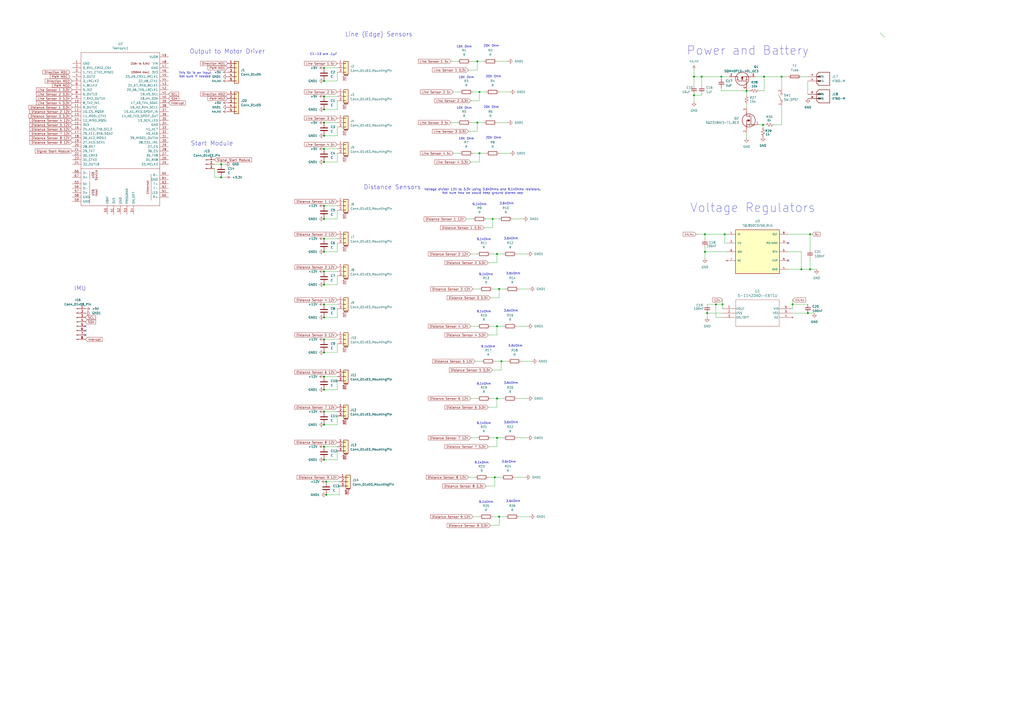
<source format=kicad_sch>
(kicad_sch (version 20231120) (generator "eeschema") (generator_version "8.0")
  (paper "A2")
  (junction (at 288.29 147.32))
  (junction (at 285.75 127))
  (junction (at 464.82 156.21))
  (junction (at 187.96 63.5))
  (junction (at 187.96 226.06))
  (junction (at 402.59 44.45))
  (junction (at 410.21 181.61))
  (junction (at 189.23 279.4))
  (junction (at 453.39 44.45))
  (junction (at 459.74 176.53))
  (junction (at 187.96 138.43))
  (junction (at 187.96 218.44))
  (junction (at 187.96 93.98))
  (junction (at 189.23 287.02))
  (junction (at 408.94 146.05))
  (junction (at 402.59 55.245))
  (junction (at 288.29 189.23))
  (junction (at 276.86 71.12))
  (junction (at 415.29 176.53))
  (junction (at 187.96 39.37))
  (junction (at 128.27 95.25))
  (junction (at 433.07 52.705))
  (junction (at 276.86 35.56))
  (junction (at 187.96 266.7))
  (junction (at 187.96 184.15))
  (junction (at 128.27 102.87))
  (junction (at 469.9 135.89))
  (junction (at 443.23 44.45))
  (junction (at 187.96 119.38))
  (junction (at 187.96 78.74))
  (junction (at 289.56 167.64))
  (junction (at 287.02 276.86))
  (junction (at 187.96 157.48))
  (junction (at 187.96 196.85))
  (junction (at 289.56 299.72))
  (junction (at 187.96 86.36))
  (junction (at 288.29 254))
  (junction (at 407.035 44.45))
  (junction (at 187.96 127))
  (junction (at 187.96 238.76))
  (junction (at 408.94 135.89))
  (junction (at 187.96 246.38))
  (junction (at 187.96 165.1))
  (junction (at 187.96 46.99))
  (junction (at 420.37 135.89))
  (junction (at 187.96 146.05))
  (junction (at 187.96 71.12))
  (junction (at 187.96 55.88))
  (junction (at 468.63 181.61))
  (junction (at 288.29 231.14))
  (junction (at 469.9 156.21))
  (junction (at 418.465 44.45))
  (junction (at 278.13 88.9))
  (junction (at 442.595 72.39))
  (junction (at 419.1 176.53))
  (junction (at 290.83 209.55))
  (junction (at 187.96 176.53))
  (junction (at 187.96 204.47))
  (junction (at 278.13 53.34))
  (junction (at 187.96 259.08))
  (no_connect (at 49.53 189.23))
  (no_connect (at 49.53 194.31))
  (no_connect (at 457.2 151.13))
  (no_connect (at 457.2 140.97))
  (no_connect (at 49.53 191.77))
  (bus_entry (at 510.54 19.05) (size 2.54 2.54))
  (wire (pts (xy 288.29 147.32) (xy 288.29 152.4)))
  (wire (pts (xy 289.56 53.34) (xy 295.91 53.34)))
  (wire (pts (xy 278.13 88.9) (xy 278.13 93.98)))
  (wire (pts (xy 195.58 121.92) (xy 195.58 127)))
  (wire (pts (xy 407.035 44.45) (xy 402.59 44.45)))
  (wire (pts (xy 261.62 71.12) (xy 265.43 71.12)))
  (wire (pts (xy 270.51 127) (xy 274.32 127)))
  (wire (pts (xy 273.05 35.56) (xy 276.86 35.56)))
  (wire (pts (xy 473.71 156.21) (xy 469.9 156.21)))
  (wire (pts (xy 418.465 44.45) (xy 418.465 45.72)))
  (wire (pts (xy 187.96 55.88) (xy 195.58 55.88)))
  (wire (pts (xy 469.9 149.86) (xy 469.9 156.21)))
  (wire (pts (xy 420.37 135.89) (xy 421.64 135.89)))
  (wire (pts (xy 299.72 231.14) (xy 306.07 231.14)))
  (wire (pts (xy 420.37 140.97) (xy 421.64 140.97)))
  (wire (pts (xy 275.59 209.55) (xy 279.4 209.55)))
  (wire (pts (xy 187.96 196.85) (xy 195.58 196.85)))
  (wire (pts (xy 289.56 167.64) (xy 289.56 172.72)))
  (wire (pts (xy 402.59 55.245) (xy 402.59 59.055)))
  (wire (pts (xy 278.13 53.34) (xy 278.13 58.42)))
  (wire (pts (xy 273.05 189.23) (xy 276.86 189.23)))
  (wire (pts (xy 276.86 35.56) (xy 280.67 35.56)))
  (wire (pts (xy 299.72 147.32) (xy 306.07 147.32)))
  (wire (pts (xy 469.9 156.21) (xy 464.82 156.21)))
  (wire (pts (xy 290.83 214.63) (xy 285.75 214.63)))
  (wire (pts (xy 284.48 147.32) (xy 288.29 147.32)))
  (wire (pts (xy 285.75 299.72) (xy 289.56 299.72)))
  (wire (pts (xy 284.48 189.23) (xy 288.29 189.23)))
  (wire (pts (xy 408.94 149.86) (xy 408.94 146.05)))
  (wire (pts (xy 128.27 95.25) (xy 124.46 95.25)))
  (wire (pts (xy 415.29 184.15) (xy 415.29 176.53)))
  (wire (pts (xy 262.89 53.34) (xy 266.7 53.34)))
  (wire (pts (xy 261.62 35.56) (xy 265.43 35.56)))
  (wire (pts (xy 471.17 135.89) (xy 469.9 135.89)))
  (wire (pts (xy 464.82 44.45) (xy 468.63 44.45)))
  (wire (pts (xy 195.58 179.07) (xy 195.58 184.15)))
  (wire (pts (xy 195.58 93.98) (xy 187.96 93.98)))
  (wire (pts (xy 187.96 119.38) (xy 195.58 119.38)))
  (wire (pts (xy 288.29 236.22) (xy 283.21 236.22)))
  (wire (pts (xy 278.13 58.42) (xy 273.05 58.42)))
  (wire (pts (xy 189.23 279.4) (xy 196.85 279.4)))
  (wire (pts (xy 281.94 127) (xy 285.75 127)))
  (wire (pts (xy 419.1 176.53) (xy 419.1 179.07)))
  (wire (pts (xy 128.27 102.87) (xy 130.81 102.87)))
  (wire (pts (xy 290.83 209.55) (xy 294.64 209.55)))
  (wire (pts (xy 274.32 167.64) (xy 278.13 167.64)))
  (wire (pts (xy 300.99 167.64) (xy 307.34 167.64)))
  (wire (pts (xy 283.21 276.86) (xy 287.02 276.86)))
  (wire (pts (xy 278.13 53.34) (xy 281.94 53.34)))
  (wire (pts (xy 418.465 44.45) (xy 407.035 44.45)))
  (wire (pts (xy 187.96 71.12) (xy 195.58 71.12)))
  (wire (pts (xy 288.29 194.31) (xy 283.21 194.31)))
  (wire (pts (xy 408.94 146.05) (xy 421.64 146.05)))
  (wire (pts (xy 274.32 53.34) (xy 278.13 53.34)))
  (wire (pts (xy 402.59 44.45) (xy 402.59 40.64)))
  (wire (pts (xy 195.58 140.97) (xy 195.58 146.05)))
  (wire (pts (xy 402.59 54.61) (xy 402.59 55.245)))
  (wire (pts (xy 195.58 73.66) (xy 195.58 78.74)))
  (wire (pts (xy 288.29 189.23) (xy 292.1 189.23)))
  (wire (pts (xy 289.56 167.64) (xy 293.37 167.64)))
  (wire (pts (xy 438.15 44.45) (xy 443.23 44.45)))
  (wire (pts (xy 285.75 127) (xy 285.75 132.08)))
  (wire (pts (xy 288.29 254) (xy 288.29 259.08)))
  (wire (pts (xy 187.96 39.37) (xy 195.58 39.37)))
  (wire (pts (xy 408.94 135.89) (xy 408.94 138.43)))
  (wire (pts (xy 418.465 52.705) (xy 433.07 52.705)))
  (wire (pts (xy 196.85 281.94) (xy 196.85 287.02)))
  (wire (pts (xy 453.39 72.39) (xy 453.39 61.595)))
  (wire (pts (xy 448.945 72.39) (xy 453.39 72.39)))
  (wire (pts (xy 408.94 146.05) (xy 408.94 143.51)))
  (wire (pts (xy 299.72 254) (xy 306.07 254)))
  (wire (pts (xy 289.56 304.8) (xy 284.48 304.8)))
  (wire (pts (xy 459.74 176.53) (xy 468.63 176.53)))
  (wire (pts (xy 195.58 246.38) (xy 187.96 246.38)))
  (wire (pts (xy 187.96 176.53) (xy 195.58 176.53)))
  (wire (pts (xy 453.39 51.435) (xy 453.39 44.45)))
  (wire (pts (xy 288.29 254) (xy 292.1 254)))
  (wire (pts (xy 273.05 254) (xy 276.86 254)))
  (wire (pts (xy 124.46 97.79) (xy 124.46 102.87)))
  (wire (pts (xy 469.9 135.89) (xy 469.9 144.78)))
  (wire (pts (xy 196.85 287.02) (xy 189.23 287.02)))
  (wire (pts (xy 287.02 276.86) (xy 287.02 281.94)))
  (wire (pts (xy 299.72 189.23) (xy 306.07 189.23)))
  (wire (pts (xy 459.74 173.99) (xy 459.74 176.53)))
  (wire (pts (xy 274.32 88.9) (xy 278.13 88.9)))
  (wire (pts (xy 287.02 276.86) (xy 290.83 276.86)))
  (wire (pts (xy 457.2 146.05) (xy 464.82 146.05)))
  (wire (pts (xy 464.82 156.21) (xy 457.2 156.21)))
  (wire (pts (xy 407.035 55.245) (xy 402.59 55.245)))
  (wire (pts (xy 420.37 135.89) (xy 420.37 140.97)))
  (wire (pts (xy 195.58 63.5) (xy 187.96 63.5)))
  (wire (pts (xy 459.74 181.61) (xy 468.63 181.61)))
  (wire (pts (xy 195.58 204.47) (xy 187.96 204.47)))
  (wire (pts (xy 195.58 266.7) (xy 187.96 266.7)))
  (wire (pts (xy 443.23 44.45) (xy 453.39 44.45)))
  (wire (pts (xy 195.58 220.98) (xy 195.58 226.06)))
  (wire (pts (xy 453.39 44.45) (xy 457.2 44.45)))
  (wire (pts (xy 262.89 88.9) (xy 266.7 88.9)))
  (wire (pts (xy 284.48 231.14) (xy 288.29 231.14)))
  (wire (pts (xy 289.56 299.72) (xy 289.56 304.8)))
  (wire (pts (xy 124.46 102.87) (xy 128.27 102.87)))
  (wire (pts (xy 288.29 147.32) (xy 292.1 147.32)))
  (wire (pts (xy 288.29 189.23) (xy 288.29 194.31)))
  (wire (pts (xy 419.1 184.15) (xy 415.29 184.15)))
  (wire (pts (xy 195.58 46.99) (xy 187.96 46.99)))
  (wire (pts (xy 187.96 86.36) (xy 195.58 86.36)))
  (wire (pts (xy 433.07 52.705) (xy 433.07 55.245)))
  (wire (pts (xy 274.32 299.72) (xy 278.13 299.72)))
  (wire (pts (xy 440.055 52.705) (xy 443.23 52.705)))
  (wire (pts (xy 289.56 88.9) (xy 295.91 88.9)))
  (wire (pts (xy 415.29 176.53) (xy 410.21 176.53)))
  (wire (pts (xy 278.13 93.98) (xy 273.05 93.98)))
  (wire (pts (xy 195.58 41.91) (xy 195.58 46.99)))
  (wire (pts (xy 288.29 259.08) (xy 283.21 259.08)))
  (wire (pts (xy 288.29 152.4) (xy 283.21 152.4)))
  (wire (pts (xy 469.9 135.89) (xy 457.2 135.89)))
  (wire (pts (xy 302.26 209.55) (xy 308.61 209.55)))
  (wire (pts (xy 459.74 176.53) (xy 459.74 179.07)))
  (wire (pts (xy 273.05 231.14) (xy 276.86 231.14)))
  (wire (pts (xy 278.13 88.9) (xy 281.94 88.9)))
  (wire (pts (xy 187.96 157.48) (xy 195.58 157.48)))
  (wire (pts (xy 408.94 135.89) (xy 420.37 135.89)))
  (wire (pts (xy 287.02 281.94) (xy 281.94 281.94)))
  (wire (pts (xy 407.035 44.45) (xy 407.035 49.53)))
  (wire (pts (xy 407.035 54.61) (xy 407.035 55.245)))
  (wire (pts (xy 187.96 138.43) (xy 195.58 138.43)))
  (wire (pts (xy 285.75 167.64) (xy 289.56 167.64)))
  (wire (pts (xy 443.23 52.705) (xy 443.23 44.45)))
  (wire (pts (xy 288.29 71.12) (xy 294.64 71.12)))
  (wire (pts (xy 410.21 184.15) (xy 410.21 181.61)))
  (wire (pts (xy 187.96 238.76) (xy 195.58 238.76)))
  (wire (pts (xy 297.18 127) (xy 303.53 127)))
  (wire (pts (xy 285.75 132.08) (xy 280.67 132.08)))
  (wire (pts (xy 195.58 199.39) (xy 195.58 204.47)))
  (wire (pts (xy 402.59 49.53) (xy 402.59 44.45)))
  (wire (pts (xy 418.465 50.8) (xy 418.465 52.705)))
  (wire (pts (xy 289.56 299.72) (xy 293.37 299.72)))
  (wire (pts (xy 187.96 218.44) (xy 195.58 218.44)))
  (wire (pts (xy 195.58 146.05) (xy 187.96 146.05)))
  (wire (pts (xy 288.29 231.14) (xy 292.1 231.14)))
  (wire (pts (xy 195.58 184.15) (xy 187.96 184.15)))
  (wire (pts (xy 195.58 88.9) (xy 195.58 93.98)))
  (wire (pts (xy 442.595 72.39) (xy 442.595 74.295)))
  (wire (pts (xy 271.78 276.86) (xy 275.59 276.86)))
  (wire (pts (xy 300.99 299.72) (xy 307.34 299.72)))
  (wire (pts (xy 422.91 44.45) (xy 418.465 44.45)))
  (wire (pts (xy 433.07 60.325) (xy 433.07 62.23)))
  (wire (pts (xy 195.58 78.74) (xy 187.96 78.74)))
  (wire (pts (xy 195.58 165.1) (xy 187.96 165.1)))
  (wire (pts (xy 419.1 176.53) (xy 415.29 176.53)))
  (wire (pts (xy 289.56 172.72) (xy 284.48 172.72)))
  (wire (pts (xy 276.86 35.56) (xy 276.86 40.64)))
  (wire (pts (xy 464.82 146.05) (xy 464.82 156.21)))
  (wire (pts (xy 195.58 160.02) (xy 195.58 165.1)))
  (wire (pts (xy 288.29 35.56) (xy 294.64 35.56)))
  (wire (pts (xy 298.45 276.86) (xy 304.8 276.86)))
  (wire (pts (xy 410.21 181.61) (xy 419.1 181.61)))
  (wire (pts (xy 195.58 226.06) (xy 187.96 226.06)))
  (wire (pts (xy 195.58 261.62) (xy 195.58 266.7)))
  (wire (pts (xy 276.86 71.12) (xy 276.86 76.2)))
  (wire (pts (xy 419.1 173.99) (xy 419.1 176.53)))
  (wire (pts (xy 468.63 46.99) (xy 468.63 54.61)))
  (wire (pts (xy 468.63 181.61) (xy 472.44 181.61)))
  (wire (pts (xy 433.07 52.705) (xy 434.975 52.705)))
  (wire (pts (xy 187.96 259.08) (xy 195.58 259.08)))
  (wire (pts (xy 433.07 52.07) (xy 433.07 52.705)))
  (wire (pts (xy 128.27 95.25) (xy 130.81 95.25)))
  (wire (pts (xy 195.58 127) (xy 187.96 127)))
  (wire (pts (xy 195.58 241.3) (xy 195.58 246.38)))
  (wire (pts (xy 195.58 58.42) (xy 195.58 63.5)))
  (wire (pts (xy 276.86 71.12) (xy 280.67 71.12)))
  (wire (pts (xy 276.86 40.64) (xy 271.78 40.64)))
  (wire (pts (xy 440.69 72.39) (xy 442.595 72.39)))
  (wire (pts (xy 287.02 209.55) (xy 290.83 209.55)))
  (wire (pts (xy 442.595 72.39) (xy 443.865 72.39)))
  (wire (pts (xy 276.86 76.2) (xy 271.78 76.2)))
  (wire (pts (xy 273.05 147.32) (xy 276.86 147.32)))
  (wire (pts (xy 273.05 71.12) (xy 276.86 71.12)))
  (wire (pts (xy 284.48 254) (xy 288.29 254)))
  (wire (pts (xy 285.75 127) (xy 289.56 127)))
  (wire (pts (xy 290.83 209.55) (xy 290.83 214.63)))
  (wire (pts (xy 433.07 77.47) (xy 433.07 80.01)))
  (wire (pts (xy 288.29 231.14) (xy 288.29 236.22)))
  (wire (pts (xy 403.86 135.89) (xy 408.94 135.89)))
  (text "Output to Motor Driver" (at 131.826 29.972 0) (effects (font (size 2.54 2.54))))
  (text "This 5V is an input\nNot sure if needed" (at 113.03 43.434 0) (effects (font (size 1.27 1.27))))
  (text "3.6kOhm" (at 296.418 138.43 0) (effects (font (size 1.27 1.27))))
  (text "9.1kOhm" (at 280.67 245.618 0) (effects (font (size 1.27 1.27))))
  (text "20K Ohm" (at 284.988 26.67 0) (effects (font (size 1.27 1.27))))
  (text "Power and Battery\n" (at 433.832 29.464 0) (effects (font (size 5.08 5.08))))
  (text "9.1kOhm" (at 283.21 201.168 0) (effects (font (size 1.27 1.27))))
  (text "3.6kOhm" (at 293.878 118.11 0) (effects (font (size 1.27 1.27))))
  (text "9.1kOhm" (at 280.67 180.848 0) (effects (font (size 1.27 1.27))))
  (text "9.1kOhm" (at 281.94 291.338 0) (effects (font (size 1.27 1.27))))
  (text "3.6kOhm" (at 297.688 290.83 0) (effects (font (size 1.27 1.27))))
  (text "3.6kOhm" (at 297.688 158.75 0) (effects (font (size 1.27 1.27))))
  (text "9.1kOhm" (at 278.13 118.618 0) (effects (font (size 1.27 1.27))))
  (text "Start Module" (at 122.936 83.312 0) (effects (font (size 2.54 2.54))))
  (text "3.6kOhm" (at 296.418 180.34 0) (effects (font (size 1.27 1.27))))
  (text "Voltage Regulators" (at 436.626 120.65 0) (effects (font (size 5.08 5.08))))
  (text "9.1kOhm" (at 280.67 222.758 0) (effects (font (size 1.27 1.27))))
  (text "IMU" (at 46.482 167.386 0) (effects (font (size 2.54 2.54))))
  (text "9.1kOhm" (at 280.67 138.938 0) (effects (font (size 1.27 1.27))))
  (text "10K Ohm" (at 269.24 27.178 0) (effects (font (size 1.27 1.27))))
  (text "10K Ohm" (at 270.51 80.518 0) (effects (font (size 1.27 1.27))))
  (text "Distance Sensors" (at 227.584 108.712 0) (effects (font (size 2.54 2.54))))
  (text "C1-13 are .1µF" (at 187.706 31.496 0) (effects (font (size 1.27 1.27))))
  (text "10K Ohm" (at 269.24 62.738 0) (effects (font (size 1.27 1.27))))
  (text "3.6kOhm" (at 295.148 267.97 0) (effects (font (size 1.27 1.27))))
  (text "20K Ohm" (at 286.258 44.45 0) (effects (font (size 1.27 1.27))))
  (text "20K Ohm" (at 286.258 80.01 0) (effects (font (size 1.27 1.27))))
  (text "Voltage divider 12V to 3.3V using 3.6kOhms and 9.1kOhms resistors.\nNot sure how we would keep ground planes sep" (at 279.908 110.998 0) (effects (font (size 1.27 1.27))))
  (text "20K Ohm" (at 284.988 62.23 0) (effects (font (size 1.27 1.27))))
  (text "3.6kOhm" (at 298.958 200.66 0) (effects (font (size 1.27 1.27))))
  (text "10K Ohm" (at 270.51 44.958 0) (effects (font (size 1.27 1.27))))
  (text "9.1kOhm" (at 279.4 268.478 0) (effects (font (size 1.27 1.27))))
  (text "Line (Edge) Sensors" (at 219.71 20.066 0) (effects (font (size 2.54 2.54))))
  (text "9.1kOhm" (at 281.94 159.258 0) (effects (font (size 1.27 1.27))))
  (text "3.6kOhm" (at 296.418 245.11 0) (effects (font (size 1.27 1.27))))
  (text "3.6kOhm" (at 296.418 222.25 0) (effects (font (size 1.27 1.27))))
  (global_label "Distance Sensor 9 3.3V" (shape input) (at 284.48 304.8 180) (property "Intersheetrefs" "${INTERSHEET_REFS}" (effects (hide yes))))
  (global_label "Line Sensor 2 3.3V" (shape input) (at 41.91 54.61 180) (property "Intersheetrefs" "${INTERSHEET_REFS}" (effects (hide yes))))
  (global_label "44.4v" (shape input) (at 403.86 135.89 180) (property "Intersheetrefs" "${INTERSHEET_REFS}" (effects (hide yes))))
  (global_label "Distance Sensor 4 3.3V" (shape input) (at 283.21 194.31 180) (property "Intersheetrefs" "${INTERSHEET_REFS}" (effects (hide yes))))
  (global_label "Distance Sensor 7 12V" (shape input) (at 41.91 77.47 180) (property "Intersheetrefs" "${INTERSHEET_REFS}" (effects (hide yes))))
  (global_label "Direction MD2" (shape input) (at 41.91 46.99 180) (property "Intersheetrefs" "${INTERSHEET_REFS}" (effects (hide yes))))
  (global_label "Distance Sensor 3 3.3V" (shape input) (at 284.48 172.72 180) (property "Intersheetrefs" "${INTERSHEET_REFS}" (effects (hide yes))))
  (global_label "Distance Sensor 4 12V" (shape input) (at 273.05 189.23 180) (property "Intersheetrefs" "${INTERSHEET_REFS}" (effects (hide yes))))
  (global_label "Line Sensor 4 5v" (shape input) (at 195.58 83.82 180) (property "Intersheetrefs" "${INTERSHEET_REFS}" (effects (hide yes))))
  (global_label "Direction MD2" (shape input) (at 132.08 54.61 180) (property "Intersheetrefs" "${INTERSHEET_REFS}" (effects (hide yes))))
  (global_label "Distance Sensor 2 3.3V" (shape input) (at 283.21 152.4 180) (property "Intersheetrefs" "${INTERSHEET_REFS}" (effects (hide yes))))
  (global_label "Distance Sensor 2 12V" (shape input) (at 273.05 147.32 180) (property "Intersheetrefs" "${INTERSHEET_REFS}" (effects (hide yes))))
  (global_label "Line Sensor 3 3.3V" (shape input) (at 271.78 76.2 180) (property "Intersheetrefs" "${INTERSHEET_REFS}" (effects (hide yes))))
  (global_label "SDA" (shape input) (at 97.79 57.15 0) (property "Intersheetrefs" "${INTERSHEET_REFS}" (effects (hide yes))))
  (global_label "SCL" (shape input) (at 49.53 184.15 0) (property "Intersheetrefs" "${INTERSHEET_REFS}" (effects (hide yes))))
  (global_label "PWM MD2" (shape input) (at 41.91 49.53 180) (property "Intersheetrefs" "${INTERSHEET_REFS}" (effects (hide yes))))
  (global_label "Distance Sensor 1 3.3V" (shape input) (at 280.67 132.08 180) (property "Intersheetrefs" "${INTERSHEET_REFS}" (effects (hide yes))))
  (global_label "Line Sensor 1 3.3V" (shape input) (at 41.91 52.07 180) (property "Intersheetrefs" "${INTERSHEET_REFS}" (effects (hide yes))))
  (global_label "Line Sensor 3 3.3V" (shape input) (at 41.91 57.15 180) (property "Intersheetrefs" "${INTERSHEET_REFS}" (effects (hide yes))))
  (global_label "PWM MD2" (shape input) (at 132.08 57.15 180) (property "Intersheetrefs" "${INTERSHEET_REFS}" (effects (hide yes))))
  (global_label "Interupt" (shape input) (at 97.79 59.69 0) (property "Intersheetrefs" "${INTERSHEET_REFS}" (effects (hide yes))))
  (global_label "Distance Sensor 5 12V" (shape input) (at 41.91 72.39 180) (property "Intersheetrefs" "${INTERSHEET_REFS}" (effects (hide yes))))
  (global_label "Line Sensor 1 5v" (shape input) (at 195.58 36.83 180) (property "Intersheetrefs" "${INTERSHEET_REFS}" (effects (hide yes))))
  (global_label "Distance Sensor 9 12V" (shape input) (at 196.85 276.86 180) (property "Intersheetrefs" "${INTERSHEET_REFS}" (effects (hide yes))))
  (global_label "Distance Sensor 9 12V" (shape input) (at 41.91 82.55 180) (property "Intersheetrefs" "${INTERSHEET_REFS}" (effects (hide yes))))
  (global_label "Distance Sensor 8 3.3V" (shape input) (at 281.94 281.94 180) (property "Intersheetrefs" "${INTERSHEET_REFS}" (effects (hide yes))))
  (global_label "Line Sensor 4 3.3V" (shape input) (at 41.91 59.69 180) (property "Intersheetrefs" "${INTERSHEET_REFS}" (effects (hide yes))))
  (global_label "Distance Sensor 6 12V" (shape input) (at 273.05 231.14 180) (property "Intersheetrefs" "${INTERSHEET_REFS}" (effects (hide yes))))
  (global_label "Distance Sensor 7 12V" (shape input) (at 195.58 236.22 180) (property "Intersheetrefs" "${INTERSHEET_REFS}" (effects (hide yes))))
  (global_label "Line Sensor 4 5v" (shape input) (at 262.89 88.9 180) (property "Intersheetrefs" "${INTERSHEET_REFS}" (effects (hide yes))))
  (global_label "Distance Sensor 6 12V" (shape input) (at 41.91 74.93 180) (property "Intersheetrefs" "${INTERSHEET_REFS}" (effects (hide yes))))
  (global_label "Distance Sensor 2 12V" (shape input) (at 41.91 64.77 180) (property "Intersheetrefs" "${INTERSHEET_REFS}" (effects (hide yes))))
  (global_label "PWM MD1" (shape input) (at 132.08 39.37 180) (property "Intersheetrefs" "${INTERSHEET_REFS}" (effects (hide yes))))
  (global_label "Distance Sensor 1 12V" (shape input) (at 270.51 127 180) (property "Intersheetrefs" "${INTERSHEET_REFS}" (effects (hide yes))))
  (global_label "Line Sensor 2 5v" (shape input) (at 195.58 53.34 180) (property "Intersheetrefs" "${INTERSHEET_REFS}" (effects (hide yes))))
  (global_label "Distance Sensor 8 12V" (shape input) (at 271.78 276.86 180) (property "Intersheetrefs" "${INTERSHEET_REFS}" (effects (hide yes))))
  (global_label "Distance Sensor 3 12V" (shape input) (at 274.32 167.64 180) (property "Intersheetrefs" "${INTERSHEET_REFS}" (effects (hide yes))))
  (global_label "Line Sensor 4 3.3V" (shape input) (at 273.05 93.98 180) (property "Intersheetrefs" "${INTERSHEET_REFS}" (effects (hide yes))))
  (global_label "Distance Sensor 8 12V" (shape input) (at 41.91 80.01 180) (property "Intersheetrefs" "${INTERSHEET_REFS}" (effects (hide yes))))
  (global_label "44.4v" (shape input) (at 459.74 173.99 0) (property "Intersheetrefs" "${INTERSHEET_REFS}" (effects (hide yes))))
  (global_label "Line Sensor 1 5v" (shape input) (at 261.62 35.56 180) (property "Intersheetrefs" "${INTERSHEET_REFS}" (effects (hide yes))))
  (global_label "Line Sensor 1 3.3V" (shape input) (at 271.78 40.64 180) (property "Intersheetrefs" "${INTERSHEET_REFS}" (effects (hide yes))))
  (global_label "Distance Sensor 9 12V" (shape input) (at 274.32 299.72 180) (property "Intersheetrefs" "${INTERSHEET_REFS}" (effects (hide yes))))
  (global_label "Interupt" (shape input) (at 49.53 196.85 0) (property "Intersheetrefs" "${INTERSHEET_REFS}" (effects (hide yes))))
  (global_label "Distance Sensor 3 12V" (shape input) (at 195.58 154.94 180) (property "Intersheetrefs" "${INTERSHEET_REFS}" (effects (hide yes))))
  (global_label "Distance Sensor 7 12V" (shape input) (at 273.05 254 180) (property "Intersheetrefs" "${INTERSHEET_REFS}" (effects (hide yes))))
  (global_label "Distance Sensor 5 12V" (shape input) (at 275.59 209.55 180) (property "Intersheetrefs" "${INTERSHEET_REFS}" (effects (hide yes))))
  (global_label "SDA" (shape input) (at 49.53 186.69 0) (property "Intersheetrefs" "${INTERSHEET_REFS}" (effects (hide yes))))
  (global_label "Signal Start Module" (shape input) (at 41.91 87.63 180) (property "Intersheetrefs" "${INTERSHEET_REFS}" (effects (hide yes))))
  (global_label "Line Sensor 3 5v" (shape input) (at 195.58 68.58 180) (property "Intersheetrefs" "${INTERSHEET_REFS}" (effects (hide yes))))
  (global_label "SCL" (shape input) (at 97.79 54.61 0) (property "Intersheetrefs" "${INTERSHEET_REFS}" (effects (hide yes))))
  (global_label "Distance Sensor 5 12V" (shape input) (at 195.58 194.31 180) (property "Intersheetrefs" "${INTERSHEET_REFS}" (effects (hide yes))))
  (global_label "12v" (shape input) (at 419.1 173.99 180) (property "Intersheetrefs" "${INTERSHEET_REFS}" (effects (hide yes))))
  (global_label "Line Sensor 2 3.3V" (shape input) (at 273.05 58.42 180) (property "Intersheetrefs" "${INTERSHEET_REFS}" (effects (hide yes))))
  (global_label "Distance Sensor 1 12V" (shape input) (at 195.58 116.84 180) (property "Intersheetrefs" "${INTERSHEET_REFS}" (effects (hide yes))))
  (global_label "Distance Sensor 7 3.3V" (shape input) (at 283.21 259.08 180) (property "Intersheetrefs" "${INTERSHEET_REFS}" (effects (hide yes))))
  (global_label "Distance Sensor 5 3.3V" (shape input) (at 285.75 214.63 180) (property "Intersheetrefs" "${INTERSHEET_REFS}" (effects (hide yes))))
  (global_label "5v" (shape input) (at 471.17 135.89 0) (property "Intersheetrefs" "${INTERSHEET_REFS}" (effects (hide yes))))
  (global_label "Distance Sensor 4 12V" (shape input) (at 195.58 173.99 180) (property "Intersheetrefs" "${INTERSHEET_REFS}" (effects (hide yes))))
  (global_label "Distance Sensor 6 3.3V" (shape input) (at 283.21 236.22 180) (property "Intersheetrefs" "${INTERSHEET_REFS}" (effects (hide yes))))
  (global_label "Direction MD1" (shape input) (at 40.64 41.91 180) (property "Intersheetrefs" "${INTERSHEET_REFS}" (effects (hide yes))))
  (global_label "Distance Sensor 1 3.3V" (shape input) (at 41.91 62.23 180) (property "Intersheetrefs" "${INTERSHEET_REFS}" (effects (hide yes))))
  (global_label "Distance Sensor 4 12V" (shape input) (at 41.91 69.85 180) (property "Intersheetrefs" "${INTERSHEET_REFS}" (effects (hide yes))))
  (global_label "Direction MD1" (shape input) (at 132.08 36.83 180) (property "Intersheetrefs" "${INTERSHEET_REFS}" (effects (hide yes))))
  (global_label "Distance Sensor 3 3.3V" (shape input) (at 41.91 67.31 180) (property "Intersheetrefs" "${INTERSHEET_REFS}" (effects (hide yes))))
  (global_label "Distance Sensor 6 12V" (shape input) (at 195.58 215.9 180) (property "Intersheetrefs" "${INTERSHEET_REFS}" (effects (hide yes))))
  (global_label "Distance Sensor 8 12V" (shape input) (at 195.58 256.54 180) (property "Intersheetrefs" "${INTERSHEET_REFS}" (effects (hide yes))))
  (global_label "Distance Sensor 2 12V" (shape input) (at 195.58 135.89 180) (property "Intersheetrefs" "${INTERSHEET_REFS}" (effects (hide yes))))
  (global_label "Signal Start Module" (shape input) (at 124.46 92.71 0) (property "Intersheetrefs" "${INTERSHEET_REFS}" (effects (hide yes))))
  (global_label "Line Sensor 2 5v" (shape input) (at 262.89 53.34 180) (property "Intersheetrefs" "${INTERSHEET_REFS}" (effects (hide yes))))
  (global_label "Line Sensor 3 5v" (shape input) (at 261.62 71.12 180) (property "Intersheetrefs" "${INTERSHEET_REFS}" (effects (hide yes))))
  (global_label "PWM MD1" (shape input) (at 40.64 44.45 180) (property "Intersheetrefs" "${INTERSHEET_REFS}" (effects (hide yes))))
  (symbol (lib_id "Device:C") (at 128.27 99.06 180) (unit 1)
    (property "Reference" "C14" (at 132.08 97.7899 0) (effects (justify right)))
    (property "Value" "C" (at 132.08 100.3299 0) (effects (justify right)))
    (property "Description" "Unpolarized capacitor" (effects (hide yes)))
  )
  (symbol (lib_id "Connector_Generic_MountingPin:Conn_01x03_MountingPin") (at 201.93 279.4 0) (unit 1)
    (property "Reference" "J14" (at 204.47 278.4855 0) (effects (justify left)))
    (property "Value" "Conn_01x03_MountingPin" (at 204.47 281.0255 0) (effects (justify left)))
    (property "Description" "Generic connectable mounting pin connector, single row, 01x03, script generated (kicad-library-utils/schlib/autogen/connector/)" (effects (hide yes)))
  )
  (symbol (lib_id "power:+12V") (at 187.96 238.76 90) (unit 1)
    (property "Reference" "#PWR027" (effects (hide yes)))
    (property "Value" "+12V" (at 184.15 238.7599 90) (effects (justify left)))
    (property "Description" "Power symbol creates a global label with name \"+12V\"" (effects (hide yes)))
  )
  (symbol (lib_id "power:GND1") (at 295.91 88.9 90) (unit 1)
    (property "Reference" "#PWR014" (effects (hide yes)))
    (property "Value" "GND1" (at 299.72 88.8999 90) (effects (justify right)))
    (property "Description" "Power symbol creates a global label with name \"GND1\" , ground" (effects (hide yes)))
  )
  (symbol (lib_id "power:GND") (at 472.44 181.61 0) (unit 1)
    (property "Reference" "#PWR057" (effects (hide yes)))
    (property "Value" "GND" (at 472.44 186.69 0))
    (property "Description" "Power symbol creates a global label with name \"GND\" , ground" (effects (hide yes)))
  )
  (symbol (lib_id "Connector_Generic_MountingPin:Conn_01x03_MountingPin") (at 200.66 71.12 0) (unit 1)
    (property "Reference" "J4" (at 203.2 70.2055 0) (effects (justify left)))
    (property "Value" "Conn_01x03_MountingPin" (at 203.2 72.7455 0) (effects (justify left)))
    (property "Description" "Generic connectable mounting pin connector, single row, 01x03, script generated (kicad-library-utils/schlib/autogen/connector/)" (effects (hide yes)))
  )
  (symbol (lib_id "Device:C_Small") (at 408.94 140.97 0) (unit 1)
    (property "Reference" "C18" (at 411.226 140.716 0) (effects (justify left)))
    (property "Value" "100nF" (at 409.702 142.748 0) (effects (justify left)))
    (property "Description" "Unpolarized capacitor, small symbol" (effects (hide yes)))
  )
  (symbol (lib_id "voltage reg 12v:S-1142DA0I-E6T1U") (at 419.1 179.07 0) (unit 1)
    (property "Reference" "U1" (at 439.42 168.91 0) (effects (font (size 1.524 1.524))))
    (property "Value" "S-1142DA0I-E6T1U" (at 439.42 171.45 0) (effects (font (size 1.524 1.524))))
    (property "Footprint" "HSOP6-A-PKG_FH006-A-P-SD-2.1_ABL" (effects (hide yes)))
    (property "Datasheet" "S-1142DA0I-E6T1U" (effects (hide yes)))
  )
  (symbol (lib_id "power:GND1") (at 304.8 276.86 90) (unit 1)
    (property "Reference" "#PWR040" (effects (hide yes)))
    (property "Value" "GND1" (at 308.61 276.8599 90) (effects (justify right)))
    (property "Description" "Power symbol creates a global label with name \"GND1\" , ground" (effects (hide yes)))
  )
  (symbol (lib_id "Device:R") (at 294.64 276.86 90) (unit 1)
    (property "Reference" "R24" (at 294.64 270.51 90))
    (property "Value" "R" (at 294.64 273.05 90))
    (property "Description" "Resistor" (effects (hide yes)))
  )
  (symbol (lib_id "Device:R") (at 298.45 209.55 90) (unit 1)
    (property "Reference" "R18" (at 298.45 203.2 90))
    (property "Value" "R" (at 298.45 205.74 90))
    (property "Description" "Resistor" (effects (hide yes)))
  )
  (symbol (lib_id "Device:R") (at 295.91 231.14 90) (unit 1)
    (property "Reference" "R20" (at 295.91 224.79 90))
    (property "Value" "R" (at 295.91 227.33 90))
    (property "Description" "Resistor" (effects (hide yes)))
  )
  (symbol (lib_id "Device:R") (at 295.91 254 90) (unit 1)
    (property "Reference" "R22" (at 295.91 247.65 90))
    (property "Value" "R" (at 295.91 250.19 90))
    (property "Description" "Resistor" (effects (hide yes)))
  )
  (symbol (lib_id "Device:C_Small") (at 418.465 48.26 0) (unit 1)
    (property "Reference" "C17" (at 421.005 46.9963 0) (effects (justify left)))
    (property "Value" "1uF" (at 421.005 49.5363 0) (effects (justify left)))
    (property "Footprint" "Capacitor_SMD:C_0805_2012Metric_Pad1.18x1.45mm_HandSolder" (effects (hide yes)))
  )
  (symbol (lib_id "power:GND1") (at 187.96 46.99 270) (unit 1)
    (property "Reference" "#PWR04" (effects (hide yes)))
    (property "Value" "GND1" (at 184.15 46.9899 90) (effects (justify right)))
    (property "Description" "Power symbol creates a global label with name \"GND1\" , ground" (effects (hide yes)))
  )
  (symbol (lib_id "Device:C") (at 187.96 161.29 0) (unit 1)
    (property "Reference" "C7" (at 191.77 160.0199 0) (effects (justify left)))
    (property "Value" "C" (at 191.77 162.5599 0) (effects (justify left)))
    (property "Description" "Unpolarized capacitor" (effects (hide yes)))
  )
  (symbol (lib_id "Connector_Generic_MountingPin:Conn_01x03_MountingPin") (at 200.66 39.37 0) (unit 1)
    (property "Reference" "J2" (at 203.2 38.4555 0) (effects (justify left)))
    (property "Value" "Conn_01x03_MountingPin" (at 203.2 40.9955 0) (effects (justify left)))
    (property "Description" "Generic connectable mounting pin connector, single row, 01x03, script generated (kicad-library-utils/schlib/autogen/connector/)" (effects (hide yes)))
  )
  (symbol (lib_id "Device:C") (at 187.96 222.25 0) (unit 1)
    (property "Reference" "C10" (at 191.77 220.9799 0) (effects (justify left)))
    (property "Value" "C" (at 191.77 223.5199 0) (effects (justify left)))
    (property "Description" "Unpolarized capacitor" (effects (hide yes)))
  )
  (symbol (lib_id "Device:R") (at 269.24 35.56 90) (unit 1)
    (property "Reference" "R1" (at 269.24 29.21 90))
    (property "Value" "R" (at 269.24 31.75 90))
    (property "Description" "Resistor" (effects (hide yes)))
  )
  (symbol (lib_id "power:GND1") (at 306.07 231.14 90) (unit 1)
    (property "Reference" "#PWR038" (effects (hide yes)))
    (property "Value" "GND1" (at 309.88 231.1399 90) (effects (justify right)))
    (property "Description" "Power symbol creates a global label with name \"GND1\" , ground" (effects (hide yes)))
  )
  (symbol (lib_id "Connector_Generic_MountingPin:Conn_01x03_MountingPin") (at 200.66 176.53 0) (unit 1)
    (property "Reference" "J9" (at 203.2 175.6155 0) (effects (justify left)))
    (property "Value" "Conn_01x03_MountingPin" (at 203.2 178.1555 0) (effects (justify left)))
    (property "Description" "Generic connectable mounting pin connector, single row, 01x03, script generated (kicad-library-utils/schlib/autogen/connector/)" (effects (hide yes)))
  )
  (symbol (lib_id "Device:R") (at 278.13 127 90) (unit 1)
    (property "Reference" "R9" (at 278.13 120.65 90))
    (property "Value" "R" (at 278.13 123.19 90))
    (property "Description" "Resistor" (effects (hide yes)))
  )
  (symbol (lib_id "Device:C_Small") (at 469.9 147.32 0) (unit 1)
    (property "Reference" "C21" (at 472.44 146.0562 0) (effects (justify left)))
    (property "Value" "100nF" (at 472.44 148.5962 0) (effects (justify left)))
    (property "Description" "Unpolarized capacitor, small symbol" (effects (hide yes)))
  )
  (symbol (lib_id "Device:C") (at 187.96 200.66 0) (unit 1)
    (property "Reference" "C9" (at 191.77 199.3899 0) (effects (justify left)))
    (property "Value" "C" (at 191.77 201.9299 0) (effects (justify left)))
    (property "Description" "Unpolarized capacitor" (effects (hide yes)))
  )
  (symbol (lib_id "Device:R") (at 285.75 88.9 90) (unit 1)
    (property "Reference" "R8" (at 285.75 82.55 90))
    (property "Value" "R" (at 285.75 85.09 90))
    (property "Description" "Resistor" (effects (hide yes)))
  )
  (symbol (lib_id "power:+12V") (at 187.96 119.38 90) (unit 1)
    (property "Reference" "#PWR015" (effects (hide yes)))
    (property "Value" "+12V" (at 184.15 119.3799 90) (effects (justify left)))
    (property "Description" "Power symbol creates a global label with name \"+12V\"" (effects (hide yes)))
  )
  (symbol (lib_id "Connector_Generic_MountingPin:Conn_01x03_MountingPin") (at 200.66 218.44 0) (unit 1)
    (property "Reference" "J11" (at 203.2 217.5255 0) (effects (justify left)))
    (property "Value" "Conn_01x03_MountingPin" (at 203.2 220.0655 0) (effects (justify left)))
    (property "Description" "Generic connectable mounting pin connector, single row, 01x03, script generated (kicad-library-utils/schlib/autogen/connector/)" (effects (hide yes)))
  )
  (symbol (lib_id "Connector:Conn_01x08_Pin") (at 44.45 186.69 0) (unit 1)
    (property "Reference" "J16" (at 45.085 173.99 0))
    (property "Value" "Conn_01x08_Pin" (at 45.085 176.53 0))
    (property "Description" "Generic connector, single row, 01x08, script generated" (effects (hide yes)))
  )
  (symbol (lib_id "Device:R") (at 295.91 147.32 90) (unit 1)
    (property "Reference" "R12" (at 295.91 140.97 90))
    (property "Value" "R" (at 295.91 143.51 90))
    (property "Description" "Resistor" (effects (hide yes)))
  )
  (symbol (lib_id "Device:C") (at 187.96 123.19 0) (unit 1)
    (property "Reference" "C5" (at 191.77 121.9199 0) (effects (justify left)))
    (property "Value" "C" (at 191.77 124.4599 0) (effects (justify left)))
    (property "Description" "Unpolarized capacitor" (effects (hide yes)))
  )
  (symbol (lib_name "+12V_1") (lib_id "power:+12V") (at 132.08 64.77 90) (unit 1)
    (property "Reference" "#PWR053" (effects (hide yes)))
    (property "Value" "44.4V" (at 128.27 64.7699 90) (effects (justify left)))
  )
  (symbol (lib_id "power:+5V") (at 187.96 86.36 90) (unit 1)
    (property "Reference" "#PWR09" (effects (hide yes)))
    (property "Value" "+5V" (at 184.15 86.3599 90) (effects (justify left)))
    (property "Description" "Power symbol creates a global label with name \"+5V\"" (effects (hide yes)))
  )
  (symbol (lib_id "power:GND1") (at 187.96 184.15 270) (unit 1)
    (property "Reference" "#PWR022" (effects (hide yes)))
    (property "Value" "GND1" (at 184.15 184.1499 90) (effects (justify right)))
    (property "Description" "Power symbol creates a global label with name \"GND1\" , ground" (effects (hide yes)))
  )
  (symbol (lib_id "power:+5V") (at 187.96 71.12 90) (unit 1)
    (property "Reference" "#PWR07" (effects (hide yes)))
    (property "Value" "+5V" (at 184.15 71.1199 90) (effects (justify left)))
    (property "Description" "Power symbol creates a global label with name \"+5V\"" (effects (hide yes)))
  )
  (symbol (lib_id "Device:C_Small") (at 407.035 52.07 0) (unit 1)
    (property "Reference" "C16" (at 409.575 50.8063 0) (effects (justify left)))
    (property "Value" "1uF" (at 409.575 53.3463 0) (effects (justify left)))
    (property "Footprint" "Capacitor_SMD:C_0805_2012Metric_Pad1.18x1.45mm_HandSolder" (effects (hide yes)))
  )
  (symbol (lib_id "power:GND1") (at 187.96 127 270) (unit 1)
    (property "Reference" "#PWR016" (effects (hide yes)))
    (property "Value" "GND1" (at 184.15 126.9999 90) (effects (justify right)))
    (property "Description" "Power symbol creates a global label with name \"GND1\" , ground" (effects (hide yes)))
  )
  (symbol (lib_id "power:GND1") (at 187.96 146.05 270) (unit 1)
    (property "Reference" "#PWR018" (effects (hide yes)))
    (property "Value" "GND1" (at 184.15 146.0499 90) (effects (justify right)))
    (property "Description" "Power symbol creates a global label with name \"GND1\" , ground" (effects (hide yes)))
  )
  (symbol (lib_id "power:GND1") (at 308.61 209.55 90) (unit 1)
    (property "Reference" "#PWR037" (effects (hide yes)))
    (property "Value" "GND1" (at 312.42 209.5499 90) (effects (justify right)))
    (property "Description" "Power symbol creates a global label with name \"GND1\" , ground" (effects (hide yes)))
  )
  (symbol (lib_id "Device:C") (at 187.96 142.24 0) (unit 1)
    (property "Reference" "C6" (at 191.77 140.9699 0) (effects (justify left)))
    (property "Value" "C" (at 191.77 143.5099 0) (effects (justify left)))
    (property "Description" "Unpolarized capacitor" (effects (hide yes)))
  )
  (symbol (lib_id "Device:C") (at 187.96 180.34 0) (unit 1)
    (property "Reference" "C8" (at 191.77 179.0699 0) (effects (justify left)))
    (property "Value" "C" (at 191.77 181.6099 0) (effects (justify left)))
    (property "Description" "Unpolarized capacitor" (effects (hide yes)))
  )
  (symbol (lib_id "power:GND1") (at 306.07 147.32 90) (unit 1)
    (property "Reference" "#PWR034" (effects (hide yes)))
    (property "Value" "GND1" (at 309.88 147.3199 90) (effects (justify right)))
    (property "Description" "Power symbol creates a global label with name \"GND1\" , ground" (effects (hide yes)))
  )
  (symbol (lib_id "Device:R_Small_US") (at 437.515 52.705 90) (unit 1)
    (property "Reference" "R28" (at 437.642 47.752 90))
    (property "Value" "10k" (at 437.642 50.038 90))
    (property "Footprint" "Resistor_SMD:R_0805_2012Metric_Pad1.20x1.40mm_HandSolder" (effects (hide yes)))
  )
  (symbol (lib_id "power:GND1") (at 187.96 226.06 270) (unit 1)
    (property "Reference" "#PWR026" (effects (hide yes)))
    (property "Value" "GND1" (at 184.15 226.0599 90) (effects (justify right)))
    (property "Description" "Power symbol creates a global label with name \"GND1\" , ground" (effects (hide yes)))
  )
  (symbol (lib_id "Device:R") (at 297.18 299.72 90) (unit 1)
    (property "Reference" "R26" (at 297.18 293.37 90))
    (property "Value" "R" (at 297.18 295.91 90))
    (property "Description" "Resistor" (effects (hide yes)))
  )
  (symbol (lib_id "Device:R") (at 269.24 71.12 90) (unit 1)
    (property "Reference" "R5" (at 269.24 64.77 90))
    (property "Value" "R" (at 269.24 67.31 90))
    (property "Description" "Resistor" (effects (hide yes)))
  )
  (symbol (lib_id "power:+12V") (at 187.96 196.85 90) (unit 1)
    (property "Reference" "#PWR023" (effects (hide yes)))
    (property "Value" "+12V" (at 184.15 196.8499 90) (effects (justify left)))
    (property "Description" "Power symbol creates a global label with name \"+12V\"" (effects (hide yes)))
  )
  (symbol (lib_id "power:GND1") (at 49.53 181.61 90) (unit 1)
    (property "Reference" "#PWR050" (effects (hide yes)))
    (property "Value" "GND1" (at 53.34 181.6099 90) (effects (justify right)))
    (property "Description" "Power symbol creates a global label with name \"GND1\" , ground" (effects (hide yes)))
  )
  (symbol (lib_id "power:+12V") (at 187.96 259.08 90) (unit 1)
    (property "Reference" "#PWR029" (effects (hide yes)))
    (property "Value" "+12V" (at 184.15 259.0799 90) (effects (justify left)))
    (property "Description" "Power symbol creates a global label with name \"+12V\"" (effects (hide yes)))
  )
  (symbol (lib_id "Device:R") (at 279.4 276.86 90) (unit 1)
    (property "Reference" "R23" (at 279.4 270.51 90))
    (property "Value" "R" (at 279.4 273.05 90))
    (property "Description" "Resistor" (effects (hide yes)))
  )
  (symbol (lib_id "power:GND1") (at 295.91 53.34 90) (unit 1)
    (property "Reference" "#PWR012" (effects (hide yes)))
    (property "Value" "GND1" (at 299.72 53.3399 90) (effects (justify right)))
    (property "Description" "Power symbol creates a global label with name \"GND1\" , ground" (effects (hide yes)))
  )
  (symbol (lib_id "power:GND1") (at 189.23 287.02 270) (unit 1)
    (property "Reference" "#PWR032" (effects (hide yes)))
    (property "Value" "GND1" (at 185.42 287.0199 90) (effects (justify right)))
    (property "Description" "Power symbol creates a global label with name \"GND1\" , ground" (effects (hide yes)))
  )
  (symbol (lib_id "Device:C") (at 187.96 242.57 0) (unit 1)
    (property "Reference" "C11" (at 191.77 241.2999 0) (effects (justify left)))
    (property "Value" "C" (at 191.77 243.8399 0) (effects (justify left)))
    (property "Description" "Unpolarized capacitor" (effects (hide yes)))
  )
  (symbol (lib_id "Device:R") (at 284.48 35.56 90) (unit 1)
    (property "Reference" "R2" (at 284.48 29.21 90))
    (property "Value" "R" (at 284.48 31.75 90))
    (property "Description" "Resistor" (effects (hide yes)))
  )
  (symbol (lib_id "Connector_Generic:Conn_01x05") (at 137.16 41.91 0) (unit 1)
    (property "Reference" "J1" (at 139.7 40.6399 0) (effects (justify left)))
    (property "Value" "Conn_01x05" (at 139.7 43.1799 0) (effects (justify left)))
    (property "Description" "Generic connector, single row, 01x05, script generated (kicad-library-utils/schlib/autogen/connector/)" (effects (hide yes)))
  )
  (symbol (lib_id "Device:C") (at 187.96 74.93 0) (unit 1)
    (property "Reference" "C3" (at 191.77 73.6599 0) (effects (justify left)))
    (property "Value" "C" (at 191.77 76.1999 0) (effects (justify left)))
    (property "Description" "Unpolarized capacitor" (effects (hide yes)))
  )
  (symbol (lib_id "Connector_Generic_MountingPin:Conn_01x03_MountingPin") (at 200.66 157.48 0) (unit 1)
    (property "Reference" "J8" (at 203.2 156.5655 0) (effects (justify left)))
    (property "Value" "Conn_01x03_MountingPin" (at 203.2 159.1055 0) (effects (justify left)))
    (property "Description" "Generic connectable mounting pin connector, single row, 01x03, script generated (kicad-library-utils/schlib/autogen/connector/)" (effects (hide yes)))
  )
  (symbol (lib_id "power:GND1") (at 294.64 35.56 90) (unit 1)
    (property "Reference" "#PWR011" (effects (hide yes)))
    (property "Value" "GND1" (at 298.45 35.5599 90) (effects (justify right)))
    (property "Description" "Power symbol creates a global label with name \"GND1\" , ground" (effects (hide yes)))
  )
  (symbol (lib_id "power:GND") (at 473.71 156.21 0) (unit 1)
    (property "Reference" "#PWR058" (effects (hide yes)))
    (property "Value" "GND" (at 473.71 161.29 0))
    (property "Description" "Power symbol creates a global label with name \"GND\" , ground" (effects (hide yes)))
  )
  (symbol (lib_id "Connector_Generic_MountingPin:Conn_01x03_MountingPin") (at 200.66 55.88 0) (unit 1)
    (property "Reference" "J3" (at 203.2 54.9655 0) (effects (justify left)))
    (property "Value" "Conn_01x03_MountingPin" (at 203.2 57.5055 0) (effects (justify left)))
    (property "Description" "Generic connectable mounting pin connector, single row, 01x03, script generated (kicad-library-utils/schlib/autogen/connector/)" (effects (hide yes)))
  )
  (symbol (lib_id "Device:R") (at 280.67 147.32 90) (unit 1)
    (property "Reference" "R11" (at 280.67 140.97 90))
    (property "Value" "R" (at 280.67 143.51 90))
    (property "Description" "Resistor" (effects (hide yes)))
  )
  (symbol (lib_id "Connector:Conn_01x03_Pin") (at 119.38 95.25 0) (unit 1)
    (property "Reference" "J15" (at 120.015 87.63 0))
    (property "Value" "Conn_01x03_Pin" (at 120.015 90.17 0))
    (property "Footprint" "Connector:FanPinHeader_1x03_P2.54mm_Vertical" (effects (hide yes)))
  )
  (symbol (lib_name "GND_1") (lib_id "power:GND") (at 433.07 80.01 0) (unit 1)
    (property "Reference" "#PWR046" (effects (hide yes)))
    (property "Value" "GND" (at 433.07 85.09 0))
  )
  (symbol (lib_name "GND_1") (lib_id "power:GND") (at 468.63 57.15 0) (unit 1)
    (property "Reference" "#PWR048" (effects (hide yes)))
    (property "Value" "GND" (at 468.63 62.23 0))
  )
  (symbol (lib_id "power:GND1") (at 187.96 165.1 270) (unit 1)
    (property "Reference" "#PWR020" (effects (hide yes)))
    (property "Value" "GND1" (at 184.15 165.0999 90) (effects (justify right)))
    (property "Description" "Power symbol creates a global label with name \"GND1\" , ground" (effects (hide yes)))
  )
  (symbol (lib_id "power:+12V") (at 187.96 138.43 90) (unit 1)
    (property "Reference" "#PWR017" (effects (hide yes)))
    (property "Value" "+12V" (at 184.15 138.4299 90) (effects (justify left)))
    (property "Description" "Power symbol creates a global label with name \"+12V\"" (effects (hide yes)))
  )
  (symbol (lib_id "power:GND1") (at 306.07 254 90) (unit 1)
    (property "Reference" "#PWR039" (effects (hide yes)))
    (property "Value" "GND1" (at 309.88 253.9999 90) (effects (justify right)))
    (property "Description" "Power symbol creates a global label with name \"GND1\" , ground" (effects (hide yes)))
  )
  (symbol (lib_id "power:+12V") (at 187.96 218.44 90) (unit 1)
    (property "Reference" "#PWR025" (effects (hide yes)))
    (property "Value" "+12V" (at 184.15 218.4399 90) (effects (justify left)))
    (property "Description" "Power symbol creates a global label with name \"+12V\"" (effects (hide yes)))
  )
  (symbol (lib_id "power:+12V") (at 189.23 279.4 90) (unit 1)
    (property "Reference" "#PWR031" (effects (hide yes)))
    (property "Value" "+12V" (at 185.42 279.3999 90) (effects (justify left)))
    (property "Description" "Power symbol creates a global label with name \"+12V\"" (effects (hide yes)))
  )
  (symbol (lib_id "power:GND1") (at 187.96 246.38 270) (unit 1)
    (property "Reference" "#PWR028" (effects (hide yes)))
    (property "Value" "GND1" (at 184.15 246.3799 90) (effects (justify right)))
    (property "Description" "Power symbol creates a global label with name \"GND1\" , ground" (effects (hide yes)))
  )
  (symbol (lib_id "Device:R") (at 284.48 71.12 90) (unit 1)
    (property "Reference" "R6" (at 284.48 64.77 90))
    (property "Value" "R" (at 284.48 67.31 90))
    (property "Description" "Resistor" (effects (hide yes)))
  )
  (symbol (lib_id "power:GND1") (at 306.07 189.23 90) (unit 1)
    (property "Reference" "#PWR036" (effects (hide yes)))
    (property "Value" "GND1" (at 309.88 189.2299 90) (effects (justify right)))
    (property "Description" "Power symbol creates a global label with name \"GND1\" , ground" (effects (hide yes)))
  )
  (symbol (lib_id "power:GND1") (at 307.34 299.72 90) (unit 1)
    (property "Reference" "#PWR041" (effects (hide yes)))
    (property "Value" "GND1" (at 311.15 299.7199 90) (effects (justify right)))
    (property "Description" "Power symbol creates a global label with name \"GND1\" , ground" (effects (hide yes)))
  )
  (symbol (lib_id "Device:R") (at 297.18 167.64 90) (unit 1)
    (property "Reference" "R14" (at 297.18 161.29 90))
    (property "Value" "R" (at 297.18 163.83 90))
    (property "Description" "Resistor" (effects (hide yes)))
  )
  (symbol (lib_id "power:GND1") (at 303.53 127 90) (unit 1)
    (property "Reference" "#PWR033" (effects (hide yes)))
    (property "Value" "GND1" (at 307.34 126.9999 90) (effects (justify right)))
    (property "Description" "Power symbol creates a global label with name \"GND1\" , ground" (effects (hide yes)))
  )
  (symbol (lib_id "Device:R") (at 285.75 53.34 90) (unit 1)
    (property "Reference" "R4" (at 285.75 46.99 90))
    (property "Value" "R" (at 285.75 49.53 90))
    (property "Description" "Resistor" (effects (hide yes)))
  )
  (symbol (lib_name "GND_1") (lib_id "power:GND") (at 442.595 79.375 0) (unit 1)
    (property "Reference" "#PWR047" (effects (hide yes)))
    (property "Value" "GND" (at 442.595 84.455 0))
  )
  (symbol (lib_id "Connector_Generic_MountingPin:Conn_01x03_MountingPin") (at 200.66 138.43 0) (unit 1)
    (property "Reference" "J7" (at 203.2 137.5155 0) (effects (justify left)))
    (property "Value" "Conn_01x03_MountingPin" (at 203.2 140.0555 0) (effects (justify left)))
    (property "Description" "Generic connectable mounting pin connector, single row, 01x03, script generated (kicad-library-utils/schlib/autogen/connector/)" (effects (hide yes)))
  )
  (symbol (lib_id "Device:R") (at 280.67 254 90) (unit 1)
    (property "Reference" "R21" (at 280.67 247.65 90))
    (property "Value" "R" (at 280.67 250.19 90))
    (property "Description" "Resistor" (effects (hide yes)))
  )
  (symbol (lib_id "power:GND1") (at 187.96 93.98 270) (unit 1)
    (property "Reference" "#PWR010" (effects (hide yes)))
    (property "Value" "GND1" (at 184.15 93.9799 90) (effects (justify right)))
    (property "Description" "Power symbol creates a global label with name \"GND1\" , ground" (effects (hide yes)))
  )
  (symbol (lib_id "Connector_Generic_MountingPin:Conn_01x03_MountingPin") (at 200.66 238.76 0) (unit 1)
    (property "Reference" "J12" (at 203.2 237.8455 0) (effects (justify left)))
    (property "Value" "Conn_01x03_MountingPin" (at 203.2 240.3855 0) (effects (justify left)))
    (property "Description" "Generic connectable mounting pin connector, single row, 01x03, script generated (kicad-library-utils/schlib/autogen/connector/)" (effects (hide yes)))
  )
  (symbol (lib_id "Device:C") (at 189.23 283.21 0) (unit 1)
    (property "Reference" "C13" (at 193.04 281.9399 0) (effects (justify left)))
    (property "Value" "C" (at 193.04 284.4799 0) (effects (justify left)))
    (property "Description" "Unpolarized capacitor" (effects (hide yes)))
  )
  (symbol (lib_id "power:+12V") (at 187.96 157.48 90) (unit 1)
    (property "Reference" "#PWR019" (effects (hide yes)))
    (property "Value" "+12V" (at 184.15 157.4799 90) (effects (justify left)))
    (property "Description" "Power symbol creates a global label with name \"+12V\"" (effects (hide yes)))
  )
  (symbol (lib_id "Connector_Generic_MountingPin:Conn_01x03_MountingPin") (at 200.66 119.38 0) (unit 1)
    (property "Reference" "J6" (at 203.2 118.4655 0) (effects (justify left)))
    (property "Value" "Conn_01x03_MountingPin" (at 203.2 121.0055 0) (effects (justify left)))
    (property "Description" "Generic connectable mounting pin connector, single row, 01x03, script generated (kicad-library-utils/schlib/autogen/connector/)" (effects (hide yes)))
  )
  (symbol (lib_id "Device:R") (at 281.94 167.64 90) (unit 1)
    (property "Reference" "R13" (at 281.94 161.29 90))
    (property "Value" "R" (at 281.94 163.83 90))
    (property "Description" "Resistor" (effects (hide yes)))
  )
  (symbol (lib_id "Connector_Generic:Conn_01x05") (at 137.16 59.69 0) (unit 1)
    (property "Reference" "J20" (at 139.7 58.4199 0) (effects (justify left)))
    (property "Value" "Conn_01x05" (at 139.7 60.9599 0) (effects (justify left)))
    (property "Description" "Generic connector, single row, 01x05, script generated (kicad-library-utils/schlib/autogen/connector/)" (effects (hide yes)))
  )
  (symbol (lib_id "Connector_Generic_MountingPin:Conn_01x03_MountingPin") (at 200.66 86.36 0) (unit 1)
    (property "Reference" "J5" (at 203.2 85.4455 0) (effects (justify left)))
    (property "Value" "Conn_01x03_MountingPin" (at 203.2 87.9855 0) (effects (justify left)))
    (property "Description" "Generic connectable mounting pin connector, single row, 01x03, script generated (kicad-library-utils/schlib/autogen/connector/)" (effects (hide yes)))
  )
  (symbol (lib_id "Device:C") (at 187.96 59.69 0) (unit 1)
    (property "Reference" "C1" (at 191.77 58.4199 0) (effects (justify left)))
    (property "Value" "C" (at 191.77 60.9599 0) (effects (justify left)))
    (property "Description" "Unpolarized capacitor" (effects (hide yes)))
  )
  (symbol (lib_id "Device:R") (at 295.91 189.23 90) (unit 1)
    (property "Reference" "R16" (at 295.91 182.88 90))
    (property "Value" "R" (at 295.91 185.42 90))
    (property "Description" "Resistor" (effects (hide yes)))
  )
  (symbol (lib_id "power:+5V") (at 132.08 59.69 90) (unit 1)
    (property "Reference" "#PWR051" (effects (hide yes)))
    (property "Value" "+5V" (at 128.27 59.6899 90) (effects (justify left)))
    (property "Description" "Power symbol creates a global label with name \"+5V\"" (effects (hide yes)))
  )
  (symbol (lib_id "Device:R") (at 270.51 53.34 90) (unit 1)
    (property "Reference" "R3" (at 270.51 46.99 90))
    (property "Value" "R" (at 270.51 49.53 90))
    (property "Description" "Resistor" (effects (hide yes)))
  )
  (symbol (lib_id "Device:R") (at 280.67 189.23 90) (unit 1)
    (property "Reference" "R15" (at 280.67 182.88 90))
    (property "Value" "R" (at 280.67 185.42 90))
    (property "Description" "Resistor" (effects (hide yes)))
  )
  (symbol (lib_id "teensy:Teensy4.1") (at 69.85 91.44 0) (unit 1)
    (property "Reference" "U2" (at 69.85 25.4 0))
    (property "Value" "Teensy4.1" (at 69.85 27.94 0))
    (property "Footprint" "Wasabi(Footprints):Teensy41 (footprint NEW)" (effects (hide yes)))
  )
  (symbol (lib_id "Device:C") (at 187.96 262.89 0) (unit 1)
    (property "Reference" "C12" (at 191.77 261.6199 0) (effects (justify left)))
    (property "Value" "C" (at 191.77 264.1599 0) (effects (justify left)))
    (property "Description" "Unpolarized capacitor" (effects (hide yes)))
  )
  (symbol (lib_id "Device:R_Small_US") (at 442.595 76.835 0) (unit 1)
    (property "Reference" "R29" (at 443.738 75.946 0) (effects (justify left)))
    (property "Value" "1k" (at 443.992 77.978 0) (effects (justify left)))
    (property "Footprint" "Resistor_SMD:R_0805_2012Metric_Pad1.20x1.40mm_HandSolder" (effects (hide yes)))
  )
  (symbol (lib_id "Device:R") (at 281.94 299.72 90) (unit 1)
    (property "Reference" "R25" (at 281.94 293.37 90))
    (property "Value" "R" (at 281.94 295.91 90))
    (property "Description" "Resistor" (effects (hide yes)))
  )
  (symbol (lib_id "power:GND") (at 130.81 95.25 90) (unit 1)
    (property "Reference" "#PWR042" (effects (hide yes)))
    (property "Value" "GND" (at 134.62 95.25 90) (effects (justify right)))
  )
  (symbol (lib_id "power:+5V") (at 187.96 55.88 90) (unit 1)
    (property "Reference" "#PWR05" (effects (hide yes)))
    (property "Value" "+5V" (at 184.15 55.8799 90) (effects (justify left)))
    (property "Description" "Power symbol creates a global label with name \"+5V\"" (effects (hide yes)))
  )
  (symbol (lib_id "power:+3.3V") (at 130.81 102.87 270) (unit 1)
    (property "Reference" "#PWR043" (effects (hide yes)))
    (property "Value" "+3.3V" (at 134.62 102.87 90) (effects (justify left)))
  )
  (symbol (lib_id "power:GND1") (at 187.96 204.47 270) (unit 1)
    (property "Reference" "#PWR024" (effects (hide yes)))
    (property "Value" "GND1" (at 184.15 204.4699 90) (effects (justify right)))
    (property "Description" "Power symbol creates a global label with name \"GND1\" , ground" (effects (hide yes)))
  )
  (symbol (lib_id "Device:R") (at 270.51 88.9 90) (unit 1)
    (property "Reference" "R7" (at 270.51 82.55 90))
    (property "Value" "R" (at 270.51 85.09 90))
    (property "Description" "Resistor" (effects (hide yes)))
  )
  (symbol (lib_id "Device:R") (at 283.21 209.55 90) (unit 1)
    (property "Reference" "R17" (at 283.21 203.2 90))
    (property "Value" "R" (at 283.21 205.74 90))
    (property "Description" "Resistor" (effects (hide yes)))
  )
  (symbol (lib_id "power:GND") (at 408.94 149.86 0) (unit 1)
    (property "Reference" "#PWR055" (effects (hide yes)))
    (property "Value" "GND" (at 408.94 154.94 0))
    (property "Description" "Power symbol creates a global label with name \"GND\" , ground" (effects (hide yes)))
  )
  (symbol (lib_id "Device:C_Small") (at 402.59 52.07 0) (unit 1)
    (property "Reference" "C15" (at 398.145 50.8 0) (effects (justify left)))
    (property "Value" "10uF" (at 395.605 53.34 0) (effects (justify left)))
    (property "Footprint" "Capacitor_SMD:C_0805_2012Metric_Pad1.18x1.45mm_HandSolder" (effects (hide yes)))
  )
  (symbol (lib_id "Device:Fuse") (at 461.01 44.45 90) (unit 1)
    (property "Reference" "F1" (at 461.01 38.1 90))
    (property "Value" "Fuse" (at 461.01 40.64 90))
    (property "Footprint" "WTF:0456050.DRSD" (effects (hide yes)))
    (property "Description" "Fuse" (effects (hide yes)))
  )
  (symbol (lib_id "TimmiCtrlBoard:SQ2318AES-T1_BE3") (at 440.69 72.39 0) (mirror y) (unit 1)
    (property "Reference" "Q2" (at 428.625 68.58 0) (effects (justify left)))
    (property "Value" "SQ2318AES-T1_BE3" (at 428.625 71.12 0) (effects (justify left)))
    (property "Footprint" "NMosfet:SOT95P237X112-3N" (effects (hide yes)))
    (property "Datasheet" "https://www.mouser.co.uk/datasheet/2/427/sq2318aes-1764491.pdf" (effects (hide yes)))
    (property "Height" "1.12" (effects (hide yes)))
    (property "Mouser Part Number" "78-SQ2318AES-T1_BE3" (effects (hide yes)))
    (property "Mouser Price/Stock" "https://www.mouser.co.uk/ProductDetail/Vishay-Siliconix/SQ2318AES-T1_BE3?qs=TiOZkKH1s2QuMGPo0iDprw%3D%3D" (effects (hide yes)))
    (property "Manufacturer_Name" "Vishay" (effects (hide yes)))
    (property "Manufacturer_Part_Number" "SQ2318AES-T1_BE3" (effects (hide yes)))
  )
  (symbol (lib_id "power:GND1") (at 294.64 71.12 90) (unit 1)
    (property "Reference" "#PWR013" (effects (hide yes)))
    (property "Value" "GND1" (at 298.45 71.1199 90) (effects (justify right)))
    (property "Description" "Power symbol creates a global label with name \"GND1\" , ground" (effects (hide yes)))
  )
  (symbol (lib_name "GND_1") (lib_id "power:GND") (at 402.59 59.055 0) (unit 1)
    (property "Reference" "#PWR045" (effects (hide yes)))
    (property "Value" "GND" (at 402.59 64.135 0))
  )
  (symbol (lib_id "power:GND1") (at 187.96 266.7 270) (unit 1)
    (property "Reference" "#PWR030" (effects (hide yes)))
    (property "Value" "GND1" (at 184.15 266.6999 90) (effects (justify right)))
    (property "Description" "Power symbol creates a global label with name \"GND1\" , ground" (effects (hide yes)))
  )
  (symbol (lib_id "power:+5V") (at 49.53 179.07 270) (unit 1)
    (property "Reference" "#PWR049" (effects (hide yes)))
    (property "Value" "+5V" (at 53.34 179.0699 90) (effects (justify left)))
    (property "Description" "Power symbol creates a global label with name \"+5V\"" (effects (hide yes)))
  )
  (symbol (lib_id "Device:C") (at 187.96 43.18 0) (unit 1)
    (property "Reference" "C2" (at 191.77 41.9099 0) (effects (justify left)))
    (property "Value" "C" (at 191.77 44.4499 0) (effects (justify left)))
    (property "Description" "Unpolarized capacitor" (effects (hide yes)))
  )
  (symbol (lib_id "XT60-M:XT60-M") (at 473.71 57.15 0) (unit 1)
    (property "Reference" "J18" (at 482.6 54.6099 0) (effects (justify left)))
    (property "Value" "XT60-M" (at 482.6 57.1499 0) (effects (justify left)))
    (property "Footprint" "XT60-M:AMASS_XT60-M" (effects (hide yes)))
    (property "MF" "AMASS" (effects (hide yes)))
    (property "MAXIMUM_PACKAGE_HEIGHT" "16.00 mm" (effects (hide yes)))
    (property "Package" "Package" (effects (hide yes)))
    (property "Price" "None" (effects (hide yes)))
    (property "Check_prices" "https://www.snapeda.com/parts/XT60-M/AMASS/view-part/?ref=eda" (effects (hide yes)))
    (property "STANDARD" "IPC 7351B" (effects (hide yes)))
    (property "PARTREV" "V1.2" (effects (hide yes)))
    (property "SnapEDA_Link" "https://www.snapeda.com/parts/XT60-M/AMASS/view-part/?ref=snap" (effects (hide yes)))
    (property "MP" "XT60-M" (effects (hide yes)))
    (property "Description_1" "\nPlug; DC supply; XT60; male; PIN: 2; for cable; soldered; 30A; 500V\n" (effects (hide yes)))
    (property "Availability" "Not in stock" (effects (hide yes)))
    (property "MANUFACTURER" "AMASS" (effects (hide yes)))
  )
  (symbol (lib_id "power:+5V") (at 132.08 41.91 90) (unit 1)
    (property "Reference" "#PWR01" (effects (hide yes)))
    (property "Value" "+5V" (at 128.27 41.9099 90) (effects (justify left)))
    (property "Description" "Power symbol creates a global label with name \"+5V\"" (effects (hide yes)))
  )
  (symbol (lib_id "Connector_Generic_MountingPin:Conn_01x03_MountingPin") (at 200.66 259.08 0) (unit 1)
    (property "Reference" "J13" (at 203.2 258.1655 0) (effects (justify left)))
    (property "Value" "Conn_01x03_MountingPin" (at 203.2 260.7055 0) (effects (justify left)))
    (property "Description" "Generic connectable mounting pin connector, single row, 01x03, script generated (kicad-library-utils/schlib/autogen/connector/)" (effects (hide yes)))
  )
  (symbol (lib_id "Device:R_Small_US") (at 446.405 72.39 90) (unit 1)
    (property "Reference" "R30" (at 446.278 67.818 90))
    (property "Value" "8k" (at 446.278 69.85 90))
    (property "Footprint" "Resistor_SMD:R_0805_2012Metric_Pad1.20x1.40mm_HandSolder" (effects (hide yes)))
  )
  (symbol (lib_id "power:GND1") (at 187.96 78.74 270) (unit 1)
    (property "Reference" "#PWR08" (effects (hide yes)))
    (property "Value" "GND1" (at 184.15 78.7399 90) (effects (justify right)))
    (property "Description" "Power symbol creates a global label with name \"GND1\" , ground" (effects (hide yes)))
  )
  (symbol (lib_id "Device:C") (at 187.96 90.17 0) (unit 1)
    (property "Reference" "C4" (at 191.77 88.8999 0) (effects (justify left)))
    (property "Value" "C" (at 191.77 91.4399 0) (effects (justify left)))
    (property "Description" "Unpolarized capacitor" (effects (hide yes)))
  )
  (symbol (lib_id "power:GND1") (at 132.08 44.45 270) (unit 1)
    (property "Reference" "#PWR02" (effects (hide yes)))
    (property "Value" "GND1" (at 128.27 44.4499 90) (effects (justify right)))
    (property "Description" "Power symbol creates a global label with name \"GND1\" , ground" (effects (hide yes)))
  )
  (symbol (lib_id "Device:C_Small") (at 468.63 179.07 0) (unit 1)
    (property "Reference" "C20" (at 471.17 177.8062 0) (effects (justify left)))
    (property "Value" "100nF" (at 471.17 180.3462 0) (effects (justify left)))
    (property "Description" "Unpolarized capacitor, small symbol" (effects (hide yes)))
  )
  (symbol (lib_id "Connector_Generic_MountingPin:Conn_01x03_MountingPin") (at 200.66 196.85 0) (unit 1)
    (property "Reference" "J10" (at 203.2 195.9355 0) (effects (justify left)))
    (property "Value" "Conn_01x03_MountingPin" (at 203.2 198.4755 0) (effects (justify left)))
    (property "Description" "Generic connectable mounting pin connector, single row, 01x03, script generated (kicad-library-utils/schlib/autogen/connector/)" (effects (hide yes)))
  )
  (symbol (lib_name "+12V_1") (lib_id "power:+12V") (at 402.59 40.64 0) (unit 1)
    (property "Reference" "#PWR044" (effects (hide yes)))
    (property "Value" "44.4V" (at 402.59 35.56 0))
  )
  (symbol (lib_id "Device:R") (at 293.37 127 90) (unit 1)
    (property "Reference" "R10" (at 293.37 120.65 90))
    (property "Value" "R" (at 293.37 123.19 90))
    (property "Description" "Resistor" (effects (hide yes)))
  )
  (symbol (lib_id "power:+5V") (at 187.96 39.37 90) (unit 1)
    (property "Reference" "#PWR03" (effects (hide yes)))
    (property "Value" "+5V" (at 184.15 39.3699 90) (effects (justify left)))
    (property "Description" "Power symbol creates a global label with name \"+5V\"" (effects (hide yes)))
  )
  (symbol (lib_id "SQM40P10-40L_GE3:SQM40P10-40L_GE3") (at 433.07 52.07 90) (unit 1)
    (property "Reference" "Q1" (at 440.055 38.735 90) (effects (justify left)))
    (property "Value" "SQM40P10-40L_GE3" (at 440.055 41.275 90) (effects (justify left)))
    (property "Footprint" "PowerMosfet:SQM40P1040L_GE3" (effects (hide yes)))
    (property "Datasheet" "https://componentsearchengine.com/Datasheets/1/SQM40P10-40L_GE3.pdf" (effects (hide yes)))
    (property "Height" "6.223" (effects (hide yes)))
    (property "Mouser Part Number" "78-SQM40P10-40L_GE3" (effects (hide yes)))
    (property "Mouser Price/Stock" "https://www.mouser.co.uk/ProductDetail/Vishay-Siliconix/SQM40P10-40L_GE3?qs=jHkklCh7amg3sgsHIUrcaw%3D%3D" (effects (hide yes)))
    (property "Manufacturer_Name" "Vishay" (effects (hide yes)))
    (property "Manufacturer_Part_Number" "SQM40P10-40L_GE3" (effects (hide yes)))
  )
  (symbol (lib_id "Device:R_Small_US") (at 433.07 57.785 0) (unit 1)
    (property "Reference" "R27" (at 434.848 56.642 0) (effects (justify left)))
    (property "Value" "15k" (at 434.848 58.928 0) (effects (justify left)))
    (property "Footprint" "Resistor_SMD:R_0805_2012Metric_Pad1.20x1.40mm_HandSolder" (effects (hide yes)))
  )
  (symbol (lib_id "power:GND") (at 410.21 184.15 0) (mirror y) (unit 1)
    (property "Reference" "#PWR056" (effects (hide yes)))
    (property "Value" "GND" (at 410.21 189.23 0))
    (property "Description" "Power symbol creates a global label with name \"GND\" , ground" (effects (hide yes)))
  )
  (symbol (lib_id "XT60-M:XT60-M") (at 473.71 46.99 0) (unit 1)
    (property "Reference" "J17" (at 482.6 44.4499 0) (effects (justify left)))
    (property "Value" "XT60-M" (at 482.6 46.9899 0) (effects (justify left)))
    (property "Footprint" "XT60-M:AMASS_XT60-M" (effects (hide yes)))
    (property "MF" "AMASS" (effects (hide yes)))
    (property "MAXIMUM_PACKAGE_HEIGHT" "16.00 mm" (effects (hide yes)))
    (property "Package" "Package" (effects (hide yes)))
    (property "Price" "None" (effects (hide yes)))
    (property "Check_prices" "https://www.snapeda.com/parts/XT60-M/AMASS/view-part/?ref=eda" (effects (hide yes)))
    (property "STANDARD" "IPC 7351B" (effects (hide yes)))
    (property "PARTREV" "V1.2" (effects (hide yes)))
    (property "SnapEDA_Link" "https://www.snapeda.com/parts/XT60-M/AMASS/view-part/?ref=snap" (effects (hide yes)))
    (property "MP" "XT60-M" (effects (hide yes)))
    (property "Description_1" "\nPlug; DC supply; XT60; male; PIN: 2; for cable; soldered; 30A; 500V\n" (effects (hide yes)))
    (property "Availability" "Not in stock" (effects (hide yes)))
    (property "MANUFACTURER" "AMASS" (effects (hide yes)))
  )
  (symbol (lib_id "Device:R") (at 280.67 231.14 90) (unit 1)
    (property "Reference" "R19" (at 280.67 224.79 90))
    (property "Value" "R" (at 280.67 227.33 90))
    (property "Description" "Resistor" (effects (hide yes)))
  )
  (symbol (lib_id "Switch:SW_SPST") (at 453.39 56.515 90) (unit 1)
    (property "Reference" "SW1" (at 454.66 55.245 90) (effects (justify right)))
    (property "Value" "SW_SPST" (at 454.66 57.785 90) (effects (justify right)))
    (property "Footprint" "G-107-0513:SW_G-107-0513" (effects (hide yes)))
  )
  (symbol (lib_id "power:+12V") (at 187.96 176.53 90) (unit 1)
    (property "Reference" "#PWR021" (effects (hide yes)))
    (property "Value" "+12V" (at 184.15 176.5299 90) (effects (justify left)))
    (property "Description" "Power symbol creates a global label with name \"+12V\"" (effects (hide yes)))
  )
  (symbol (lib_name "+12V_1") (lib_id "power:+12V") (at 132.08 46.99 90) (unit 1)
    (property "Reference" "#PWR054" (effects (hide yes)))
    (property "Value" "44.4V" (at 128.27 46.9899 90) (effects (justify left)))
  )
  (symbol (lib_id "power:GND1") (at 132.08 62.23 270) (unit 1)
    (property "Reference" "#PWR052" (effects (hide yes)))
    (property "Value" "GND1" (at 128.27 62.2299 90) (effects (justify right)))
    (property "Description" "Power symbol creates a global label with name \"GND1\" , ground" (effects (hide yes)))
  )
  (symbol (lib_id "power:GND1") (at 187.96 63.5 270) (unit 1)
    (property "Reference" "#PWR06" (effects (hide yes)))
    (property "Value" "GND1" (at 184.15 63.4999 90) (effects (justify right)))
    (property "Description" "Power symbol creates a global label with name \"GND1\" , ground" (effects (hide yes)))
  )
  (symbol (lib_id "voltage reg. 5v:TQL850CSV50_RLG") (at 439.42 146.05 0) (unit 1)
    (property "Reference" "U3" (at 439.42 128.27 0))
    (property "Value" "TQL850CSV50_RLG" (at 439.42 130.81 0))
    (property "Footprint" "TQL850CSV50_RLG:SOIC127P600X170-9N" (effects (hide yes)))
    (property "PARTREV" "A2206" (effects (hide yes)))
    (property "MANUFACTURER" "Taiwan Semiconductor" (effects (hide yes)))
    (property "SNAPEDA_PN" "TQL850CSV50 RLG" (effects (hide yes)))
    (property "MAXIMUM_PACKAGE_HEIGHT" "1.7 mm" (effects (hide yes)))
    (property "STANDARD" "IPC 7351B" (effects (hide yes)))
  )
  (symbol (lib_id "Device:C_Small") (at 410.21 179.07 0) (mirror y) (unit 1)
    (property "Reference" "C19" (at 403.86 177.038 0) (effects (justify right)))
    (property "Value" "100nF" (at 402.336 179.07 0) (effects (justify right)))
    (property "Description" "Unpolarized capacitor, small symbol" (effects (hide yes)))
  )
  (symbol (lib_id "power:GND1") (at 307.34 167.64 90) (unit 1)
    (property "Reference" "#PWR035" (effects (hide yes)))
    (property "Value" "GND1" (at 311.15 167.6399 90) (effects (justify right)))
    (property "Description" "Power symbol creates a global label with name \"GND1\" , ground" (effects (hide yes)))
  )
)
</source>
